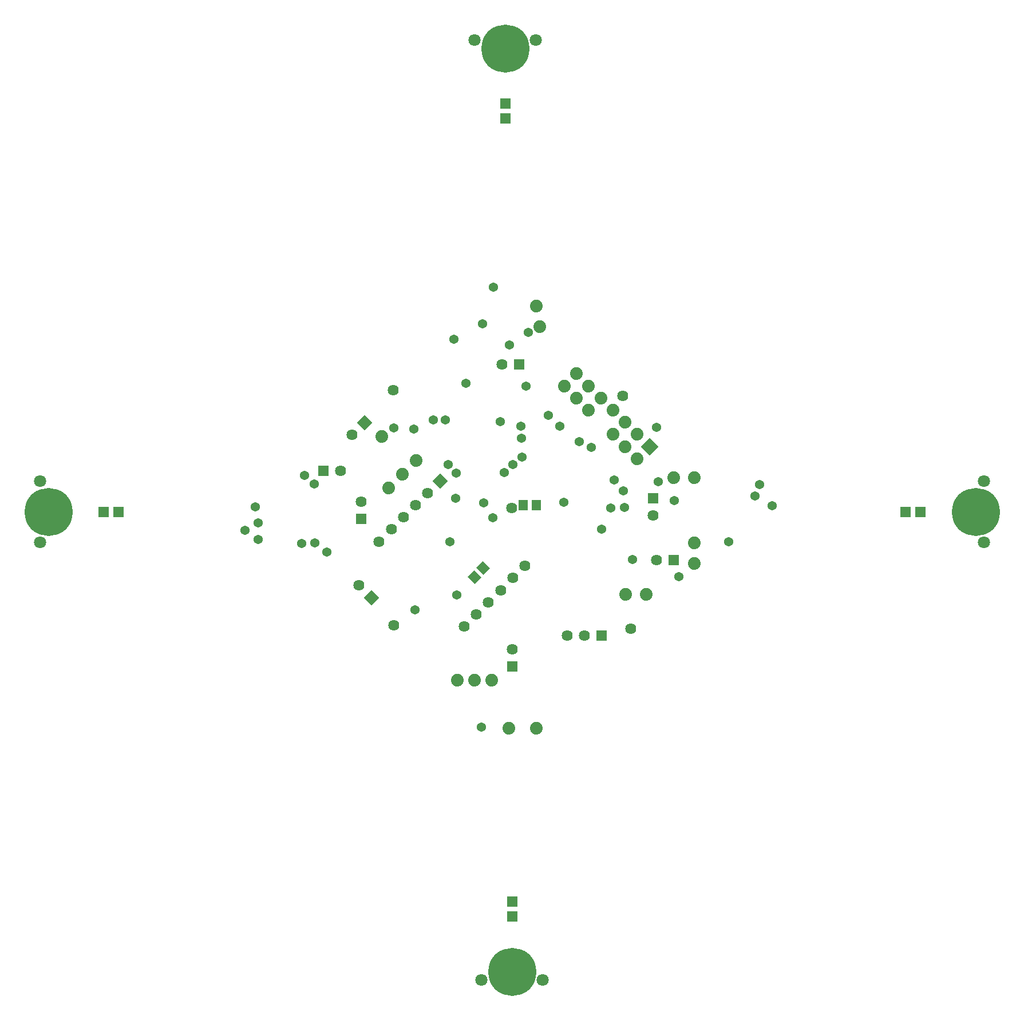
<source format=gbs>
%FSLAX25Y25*%
%MOIN*%
G70*
G01*
G75*
G04 Layer_Color=16711935*
%ADD10C,0.03000*%
%ADD11C,0.02000*%
%ADD12C,0.06000*%
G04:AMPARAMS|DCode=13|XSize=70mil|YSize=63mil|CornerRadius=0mil|HoleSize=0mil|Usage=FLASHONLY|Rotation=225.000|XOffset=0mil|YOffset=0mil|HoleType=Round|Shape=Rectangle|*
%AMROTATEDRECTD13*
4,1,4,0.00248,0.04702,0.04702,0.00248,-0.00248,-0.04702,-0.04702,-0.00248,0.00248,0.04702,0.0*
%
%ADD13ROTATEDRECTD13*%

G04:AMPARAMS|DCode=14|XSize=9.84mil|YSize=61.02mil|CornerRadius=0mil|HoleSize=0mil|Usage=FLASHONLY|Rotation=45.000|XOffset=0mil|YOffset=0mil|HoleType=Round|Shape=Round|*
%AMOVALD14*
21,1,0.05118,0.00984,0.00000,0.00000,135.0*
1,1,0.00984,0.01810,-0.01810*
1,1,0.00984,-0.01810,0.01810*
%
%ADD14OVALD14*%

G04:AMPARAMS|DCode=15|XSize=9.84mil|YSize=61.02mil|CornerRadius=0mil|HoleSize=0mil|Usage=FLASHONLY|Rotation=315.000|XOffset=0mil|YOffset=0mil|HoleType=Round|Shape=Round|*
%AMOVALD15*
21,1,0.05118,0.00984,0.00000,0.00000,45.0*
1,1,0.00984,-0.01810,-0.01810*
1,1,0.00984,0.01810,0.01810*
%
%ADD15OVALD15*%

%ADD16O,0.01181X0.05118*%
%ADD17O,0.05118X0.01181*%
%ADD18R,0.05118X0.01181*%
%ADD19O,0.08661X0.02362*%
G04:AMPARAMS|DCode=20|XSize=23.62mil|YSize=62.99mil|CornerRadius=0mil|HoleSize=0mil|Usage=FLASHONLY|Rotation=225.000|XOffset=0mil|YOffset=0mil|HoleType=Round|Shape=Rectangle|*
%AMROTATEDRECTD20*
4,1,4,-0.01392,0.03062,0.03062,-0.01392,0.01392,-0.03062,-0.03062,0.01392,-0.01392,0.03062,0.0*
%
%ADD20ROTATEDRECTD20*%

G04:AMPARAMS|DCode=21|XSize=55.12mil|YSize=66.93mil|CornerRadius=0mil|HoleSize=0mil|Usage=FLASHONLY|Rotation=225.000|XOffset=0mil|YOffset=0mil|HoleType=Round|Shape=Rectangle|*
%AMROTATEDRECTD21*
4,1,4,-0.00418,0.04315,0.04315,-0.00418,0.00418,-0.04315,-0.04315,0.00418,-0.00418,0.04315,0.0*
%
%ADD21ROTATEDRECTD21*%

%ADD22R,0.05118X0.00984*%
%ADD23O,0.05118X0.00984*%
%ADD24O,0.00984X0.05118*%
%ADD25R,0.06299X0.01181*%
%ADD26O,0.06299X0.01181*%
%ADD27R,0.09843X0.09843*%
%ADD28R,0.05118X0.04134*%
%ADD29R,0.26575X0.05118*%
%ADD30R,0.04134X0.05118*%
G04:AMPARAMS|DCode=31|XSize=41.34mil|YSize=51.18mil|CornerRadius=0mil|HoleSize=0mil|Usage=FLASHONLY|Rotation=225.000|XOffset=0mil|YOffset=0mil|HoleType=Round|Shape=Rectangle|*
%AMROTATEDRECTD31*
4,1,4,-0.00348,0.03271,0.03271,-0.00348,0.00348,-0.03271,-0.03271,0.00348,-0.00348,0.03271,0.0*
%
%ADD31ROTATEDRECTD31*%

G04:AMPARAMS|DCode=32|XSize=41.34mil|YSize=51.18mil|CornerRadius=0mil|HoleSize=0mil|Usage=FLASHONLY|Rotation=135.000|XOffset=0mil|YOffset=0mil|HoleType=Round|Shape=Rectangle|*
%AMROTATEDRECTD32*
4,1,4,0.03271,0.00348,-0.00348,-0.03271,-0.03271,-0.00348,0.00348,0.03271,0.03271,0.00348,0.0*
%
%ADD32ROTATEDRECTD32*%

%ADD33R,0.05118X0.26575*%
%ADD34C,0.07000*%
%ADD35C,0.01200*%
%ADD36C,0.04000*%
%ADD37C,0.01500*%
%ADD38C,0.01000*%
%ADD39C,0.02500*%
%ADD40C,0.01400*%
%ADD41P,0.08485X4X360.0*%
%ADD42C,0.06000*%
%ADD43R,0.06000X0.06000*%
%ADD44P,0.08485X4X270.0*%
%ADD45P,0.09900X4X180.0*%
%ADD46C,0.07000*%
%ADD47R,0.06000X0.06000*%
%ADD48C,0.27559*%
%ADD49C,0.06693*%
%ADD50C,0.05000*%
%ADD51C,0.05000*%
%ADD52C,0.02100*%
G04:AMPARAMS|DCode=53|XSize=51mil|YSize=55mil|CornerRadius=0mil|HoleSize=0mil|Usage=FLASHONLY|Rotation=45.000|XOffset=0mil|YOffset=0mil|HoleType=Round|Shape=Rectangle|*
%AMROTATEDRECTD53*
4,1,4,0.00141,-0.03748,-0.03748,0.00141,-0.00141,0.03748,0.03748,-0.00141,0.00141,-0.03748,0.0*
%
%ADD53ROTATEDRECTD53*%

%ADD54R,0.05100X0.05500*%
%ADD55C,0.03937*%
%ADD56C,0.01800*%
%ADD57C,0.07874*%
%ADD58C,0.00984*%
%ADD59C,0.02362*%
%ADD60C,0.00787*%
%ADD61C,0.01181*%
%ADD62C,0.00394*%
%ADD63C,0.00900*%
G04:AMPARAMS|DCode=64|XSize=74mil|YSize=67mil|CornerRadius=0mil|HoleSize=0mil|Usage=FLASHONLY|Rotation=225.000|XOffset=0mil|YOffset=0mil|HoleType=Round|Shape=Rectangle|*
%AMROTATEDRECTD64*
4,1,4,0.00248,0.04985,0.04985,0.00248,-0.00248,-0.04985,-0.04985,-0.00248,0.00248,0.04985,0.0*
%
%ADD64ROTATEDRECTD64*%

G04:AMPARAMS|DCode=65|XSize=13.84mil|YSize=65.02mil|CornerRadius=0mil|HoleSize=0mil|Usage=FLASHONLY|Rotation=45.000|XOffset=0mil|YOffset=0mil|HoleType=Round|Shape=Round|*
%AMOVALD65*
21,1,0.05118,0.01384,0.00000,0.00000,135.0*
1,1,0.01384,0.01810,-0.01810*
1,1,0.01384,-0.01810,0.01810*
%
%ADD65OVALD65*%

G04:AMPARAMS|DCode=66|XSize=13.84mil|YSize=65.02mil|CornerRadius=0mil|HoleSize=0mil|Usage=FLASHONLY|Rotation=315.000|XOffset=0mil|YOffset=0mil|HoleType=Round|Shape=Round|*
%AMOVALD66*
21,1,0.05118,0.01384,0.00000,0.00000,45.0*
1,1,0.01384,-0.01810,-0.01810*
1,1,0.01384,0.01810,0.01810*
%
%ADD66OVALD66*%

%ADD67O,0.01581X0.05518*%
%ADD68O,0.05518X0.01581*%
%ADD69R,0.05518X0.01581*%
%ADD70O,0.09061X0.02762*%
G04:AMPARAMS|DCode=71|XSize=27.62mil|YSize=66.99mil|CornerRadius=0mil|HoleSize=0mil|Usage=FLASHONLY|Rotation=225.000|XOffset=0mil|YOffset=0mil|HoleType=Round|Shape=Rectangle|*
%AMROTATEDRECTD71*
4,1,4,-0.01392,0.03345,0.03345,-0.01392,0.01392,-0.03345,-0.03345,0.01392,-0.01392,0.03345,0.0*
%
%ADD71ROTATEDRECTD71*%

G04:AMPARAMS|DCode=72|XSize=59.12mil|YSize=70.93mil|CornerRadius=0mil|HoleSize=0mil|Usage=FLASHONLY|Rotation=225.000|XOffset=0mil|YOffset=0mil|HoleType=Round|Shape=Rectangle|*
%AMROTATEDRECTD72*
4,1,4,-0.00418,0.04598,0.04598,-0.00418,0.00418,-0.04598,-0.04598,0.00418,-0.00418,0.04598,0.0*
%
%ADD72ROTATEDRECTD72*%

%ADD73R,0.05518X0.01384*%
%ADD74O,0.05518X0.01384*%
%ADD75O,0.01384X0.05518*%
%ADD76R,0.06699X0.01581*%
%ADD77O,0.06699X0.01581*%
%ADD78R,0.10243X0.10243*%
%ADD79R,0.05518X0.04534*%
%ADD80R,0.26975X0.05518*%
%ADD81R,0.04534X0.05518*%
G04:AMPARAMS|DCode=82|XSize=45.34mil|YSize=55.18mil|CornerRadius=0mil|HoleSize=0mil|Usage=FLASHONLY|Rotation=225.000|XOffset=0mil|YOffset=0mil|HoleType=Round|Shape=Rectangle|*
%AMROTATEDRECTD82*
4,1,4,-0.00348,0.03554,0.03554,-0.00348,0.00348,-0.03554,-0.03554,0.00348,-0.00348,0.03554,0.0*
%
%ADD82ROTATEDRECTD82*%

G04:AMPARAMS|DCode=83|XSize=45.34mil|YSize=55.18mil|CornerRadius=0mil|HoleSize=0mil|Usage=FLASHONLY|Rotation=135.000|XOffset=0mil|YOffset=0mil|HoleType=Round|Shape=Rectangle|*
%AMROTATEDRECTD83*
4,1,4,0.03554,0.00348,-0.00348,-0.03554,-0.03554,-0.00348,0.00348,0.03554,0.03554,0.00348,0.0*
%
%ADD83ROTATEDRECTD83*%

%ADD84R,0.05518X0.26975*%
%ADD85P,0.09051X4X360.0*%
%ADD86C,0.06400*%
%ADD87R,0.06400X0.06400*%
%ADD88P,0.09051X4X270.0*%
%ADD89P,0.10465X4X180.0*%
%ADD90C,0.07400*%
%ADD91R,0.06400X0.06400*%
%ADD92C,0.27959*%
%ADD93C,0.07093*%
%ADD94C,0.05400*%
G04:AMPARAMS|DCode=95|XSize=55mil|YSize=59mil|CornerRadius=0mil|HoleSize=0mil|Usage=FLASHONLY|Rotation=45.000|XOffset=0mil|YOffset=0mil|HoleType=Round|Shape=Rectangle|*
%AMROTATEDRECTD95*
4,1,4,0.00141,-0.04031,-0.04031,0.00141,-0.00141,0.04031,0.04031,-0.00141,0.00141,-0.04031,0.0*
%
%ADD95ROTATEDRECTD95*%

%ADD96R,0.05500X0.05900*%
D85*
X662000Y512000D02*
D03*
X618000Y546000D02*
D03*
D86*
X711497Y462502D02*
D03*
X654929Y504929D02*
D03*
X647858Y497858D02*
D03*
X640787Y490787D02*
D03*
X633716Y483716D02*
D03*
X626645Y476645D02*
D03*
X704426Y455432D02*
D03*
X697355Y448360D02*
D03*
X690284Y441289D02*
D03*
X683213Y434218D02*
D03*
X676142Y427147D02*
D03*
X736000Y422000D02*
D03*
X746000Y422000D02*
D03*
X614929Y451071D02*
D03*
X610929Y538929D02*
D03*
X604000Y518000D02*
D03*
X786000Y492000D02*
D03*
X788000Y466000D02*
D03*
X616000Y500000D02*
D03*
X634796Y564968D02*
D03*
X773085Y425982D02*
D03*
X635004Y427931D02*
D03*
X768631Y561558D02*
D03*
X703697Y496345D02*
D03*
X704000Y414000D02*
D03*
X698000Y580000D02*
D03*
D87*
X756000Y422000D02*
D03*
X594000Y518000D02*
D03*
X798000Y466000D02*
D03*
X708000Y580000D02*
D03*
X941716Y494000D02*
D03*
X933055D02*
D03*
X474945D02*
D03*
X466284D02*
D03*
D88*
X622000Y444000D02*
D03*
D89*
X784000Y532000D02*
D03*
D90*
X776929Y539071D02*
D03*
X769858Y546142D02*
D03*
X762787Y553213D02*
D03*
X755716Y560284D02*
D03*
X748645Y567355D02*
D03*
X741574Y574426D02*
D03*
X734503Y567355D02*
D03*
X741574Y560284D02*
D03*
X748645Y553213D02*
D03*
X762787Y539071D02*
D03*
X769858Y532000D02*
D03*
X776929Y524929D02*
D03*
X702000Y368000D02*
D03*
X798000Y514000D02*
D03*
X810000Y514000D02*
D03*
X810000Y476000D02*
D03*
X810000Y464000D02*
D03*
X718000Y368000D02*
D03*
X672000Y396000D02*
D03*
X682000D02*
D03*
X692000D02*
D03*
X718000Y614000D02*
D03*
X720000Y602000D02*
D03*
X770000Y446000D02*
D03*
X782000D02*
D03*
X640000Y516000D02*
D03*
X648000Y524000D02*
D03*
X628000Y538000D02*
D03*
X632000Y508000D02*
D03*
D91*
X704000Y266945D02*
D03*
Y258283D02*
D03*
X786000Y502000D02*
D03*
X616000Y490000D02*
D03*
X704000Y404000D02*
D03*
X700000Y731716D02*
D03*
Y723055D02*
D03*
D92*
X704000Y226000D02*
D03*
X974000Y494000D02*
D03*
X434000D02*
D03*
X700000Y764000D02*
D03*
D93*
X721716Y221079D02*
D03*
X686283D02*
D03*
X978921Y476284D02*
D03*
Y511717D02*
D03*
X429079Y476284D02*
D03*
Y511717D02*
D03*
X717717Y768921D02*
D03*
X682283D02*
D03*
D94*
X581500Y475500D02*
D03*
X845500Y503300D02*
D03*
X548500Y483300D02*
D03*
X556201Y487697D02*
D03*
X554600Y496800D02*
D03*
X635000Y542900D02*
D03*
X677200Y569000D02*
D03*
X658000Y547600D02*
D03*
X670300Y594700D02*
D03*
X665300Y547400D02*
D03*
X666700Y521500D02*
D03*
X848100Y509800D02*
D03*
X756000Y483900D02*
D03*
X788100Y543300D02*
D03*
X647600Y436800D02*
D03*
X686024Y368406D02*
D03*
X693300Y624900D02*
D03*
X855600Y497600D02*
D03*
X830100Y476500D02*
D03*
X798500Y500700D02*
D03*
X686800Y603700D02*
D03*
X589200Y476000D02*
D03*
X596200Y470600D02*
D03*
X671900Y445600D02*
D03*
X583300Y515300D02*
D03*
X588900Y510200D02*
D03*
X774000Y466300D02*
D03*
X801200Y456300D02*
D03*
X712200Y567200D02*
D03*
X709100Y543900D02*
D03*
X709600Y536900D02*
D03*
X750100Y531400D02*
D03*
X789300Y511700D02*
D03*
X763400Y512400D02*
D03*
X768800Y506300D02*
D03*
X769400Y496700D02*
D03*
X761400Y496100D02*
D03*
X704600Y521500D02*
D03*
X699600Y516800D02*
D03*
X709700Y526000D02*
D03*
X556200Y477900D02*
D03*
X702600Y591300D02*
D03*
X692700Y490500D02*
D03*
X734100Y499500D02*
D03*
X687400Y499100D02*
D03*
X646800Y542200D02*
D03*
X713600Y598400D02*
D03*
X671600Y516500D02*
D03*
X671300Y502000D02*
D03*
X667800Y476600D02*
D03*
X731900Y544000D02*
D03*
X743100Y534900D02*
D03*
X725000Y550300D02*
D03*
X697100Y546500D02*
D03*
D95*
X682000Y456000D02*
D03*
X687303Y461303D02*
D03*
D96*
X718000Y498000D02*
D03*
X710500D02*
D03*
M02*

</source>
